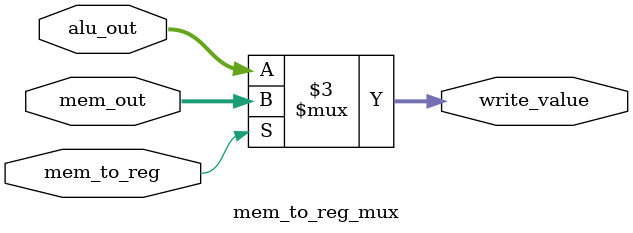
<source format=sv>
module mem_to_reg_mux(
    input logic mem_to_reg, // 1 if we want to use memory value, 0 if we want to use ALU value
    input logic [7:0] alu_out, // output from ALU
    input logic [7:0] mem_out, // output from memory
    output logic [7:0] write_value // value to be written to register file
);

    always_comb begin
        if (mem_to_reg) begin
            write_value = mem_out; // use memory value
        end else begin
            write_value = alu_out; // use ALU value
        end
    end

endmodule
</source>
